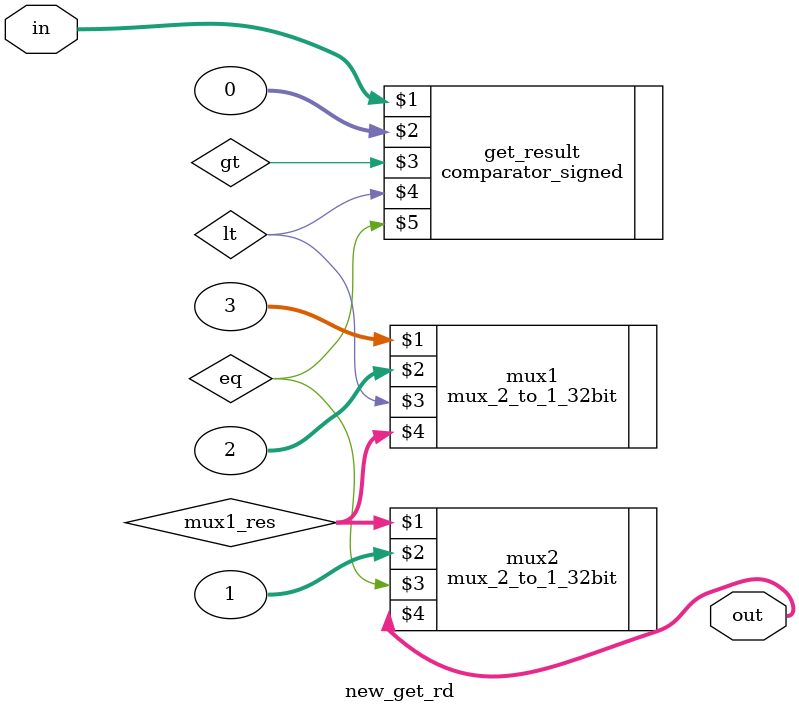
<source format=v>


module new_get_rd(in, out);
input [31:0] in;
output [31:0] out;

wire gt, eq, lt;
wire [31:0] mux1_res;

comparator_signed get_result(in[31:0], 32'b0, gt, lt, eq);

mux_2_to_1_32bit mux1(32'd3, 32'd2, lt, mux1_res[31:0]);

mux_2_to_1_32bit mux2(mux1_res[31:0], 32'd1, eq, out[31:0]);
 
endmodule

</source>
